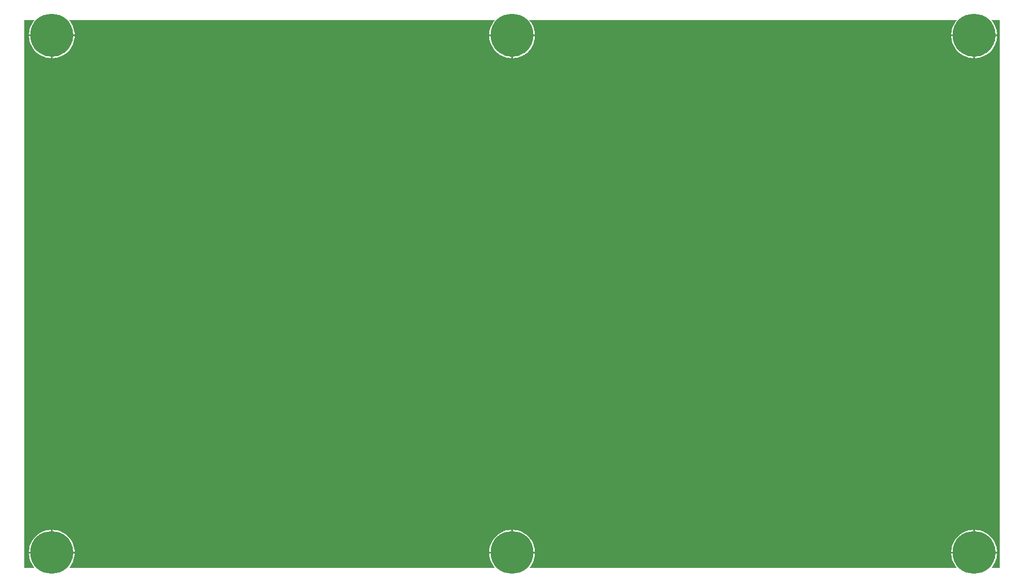
<source format=gbl>
G04 start of page 3 for group 1 idx 1 *
G04 Title: 01.004.00.01.01.pcb, bottom *
G04 Creator: pcb 4.2.0 *
G04 CreationDate: Sat Aug 10 16:27:17 2019 UTC *
G04 For: bert *
G04 Format: Gerber/RS-274X *
G04 PCB-Dimensions (mil): 6692.91 3937.01 *
G04 PCB-Coordinate-Origin: lower left *
%MOIN*%
%FSLAX25Y25*%
%LNGBL*%
%ADD16C,0.1460*%
%ADD15C,0.2760*%
%ADD14C,0.0001*%
G54D14*G36*
X640696Y374016D02*X642737D01*
X642829Y373931D01*
X643661Y373021D01*
X644409Y372040D01*
X645067Y370995D01*
X645628Y369897D01*
X646089Y368752D01*
X646446Y367571D01*
X646696Y366363D01*
X646837Y365137D01*
X646847Y365060D01*
X646871Y364984D01*
X646906Y364914D01*
X646952Y364850D01*
X647007Y364794D01*
X647070Y364747D01*
X647140Y364711D01*
X647215Y364686D01*
X647292Y364673D01*
X647371Y364672D01*
X647449Y364684D01*
X647524Y364707D01*
X647594Y364743D01*
X647658Y364788D01*
X647714Y364843D01*
X647761Y364907D01*
X647798Y364977D01*
X647823Y365051D01*
X647836Y365129D01*
X647835Y365207D01*
X647698Y366524D01*
X647430Y367821D01*
X647046Y369089D01*
X646551Y370318D01*
X645949Y371497D01*
X645243Y372618D01*
X644440Y373671D01*
X644125Y374016D01*
X649606D01*
Y19685D01*
X644125D01*
X644440Y20029D01*
X645243Y21083D01*
X645949Y22204D01*
X646551Y23383D01*
X647046Y24612D01*
X647430Y25880D01*
X647698Y27177D01*
X647849Y28492D01*
X647849Y28573D01*
X647836Y28653D01*
X647810Y28730D01*
X647773Y28801D01*
X647725Y28866D01*
X647667Y28923D01*
X647601Y28970D01*
X647529Y29006D01*
X647452Y29031D01*
X647372Y29042D01*
X647291Y29042D01*
X647211Y29028D01*
X647135Y29003D01*
X647063Y28965D01*
X646998Y28917D01*
X646941Y28860D01*
X646894Y28794D01*
X646858Y28721D01*
X646834Y28644D01*
X646823Y28564D01*
X646696Y27338D01*
X646446Y26129D01*
X646089Y24948D01*
X645628Y23804D01*
X645067Y22705D01*
X644409Y21661D01*
X643661Y20680D01*
X642829Y19769D01*
X642737Y19685D01*
X640696D01*
Y41018D01*
X640937Y40866D01*
X641918Y40118D01*
X642829Y39286D01*
X643661Y38375D01*
X644409Y37394D01*
X645067Y36350D01*
X645628Y35251D01*
X646089Y34107D01*
X646446Y32926D01*
X646696Y31717D01*
X646837Y30492D01*
X646847Y30414D01*
X646871Y30339D01*
X646906Y30268D01*
X646952Y30204D01*
X647007Y30148D01*
X647070Y30101D01*
X647140Y30065D01*
X647215Y30040D01*
X647292Y30027D01*
X647371Y30026D01*
X647449Y30038D01*
X647524Y30062D01*
X647594Y30097D01*
X647658Y30143D01*
X647714Y30198D01*
X647761Y30261D01*
X647798Y30331D01*
X647823Y30405D01*
X647836Y30483D01*
X647835Y30562D01*
X647698Y31879D01*
X647430Y33176D01*
X647046Y34443D01*
X646551Y35672D01*
X645949Y36851D01*
X645243Y37972D01*
X644440Y39026D01*
X643547Y40003D01*
X642569Y40897D01*
X641516Y41700D01*
X640696Y42216D01*
Y351485D01*
X641516Y352001D01*
X642569Y352804D01*
X643547Y353698D01*
X644440Y354675D01*
X645243Y355728D01*
X645949Y356849D01*
X646551Y358029D01*
X647046Y359257D01*
X647430Y360525D01*
X647698Y361822D01*
X647849Y363138D01*
X647849Y363219D01*
X647836Y363299D01*
X647810Y363375D01*
X647773Y363447D01*
X647725Y363512D01*
X647667Y363569D01*
X647601Y363616D01*
X647529Y363652D01*
X647452Y363676D01*
X647372Y363688D01*
X647291Y363687D01*
X647211Y363674D01*
X647135Y363648D01*
X647063Y363611D01*
X646998Y363563D01*
X646941Y363505D01*
X646894Y363440D01*
X646858Y363367D01*
X646834Y363290D01*
X646823Y363210D01*
X646696Y361983D01*
X646446Y360775D01*
X646089Y359594D01*
X645628Y358450D01*
X645067Y357351D01*
X644409Y356307D01*
X643661Y355326D01*
X642829Y354415D01*
X641918Y353583D01*
X640937Y352835D01*
X640696Y352683D01*
Y374016D01*
G37*
G36*
X625432D02*X640696D01*
Y352683D01*
X639893Y352177D01*
X638794Y351616D01*
X637650Y351155D01*
X636469Y350798D01*
X635261Y350548D01*
X634035Y350407D01*
X633957Y350397D01*
X633882Y350373D01*
X633812Y350338D01*
X633748Y350292D01*
X633692Y350237D01*
X633645Y350174D01*
X633608Y350104D01*
X633583Y350029D01*
X633570Y349952D01*
X633570Y349873D01*
X633581Y349795D01*
X633605Y349720D01*
X633640Y349650D01*
X633686Y349586D01*
X633741Y349530D01*
X633804Y349483D01*
X633874Y349446D01*
X633949Y349422D01*
X634026Y349409D01*
X634105Y349409D01*
X635422Y349546D01*
X636719Y349815D01*
X637987Y350198D01*
X639215Y350693D01*
X640395Y351295D01*
X640696Y351485D01*
Y42216D01*
X640395Y42405D01*
X639215Y43008D01*
X637987Y43503D01*
X636719Y43886D01*
X635422Y44155D01*
X634106Y44306D01*
X634025Y44306D01*
X633945Y44293D01*
X633869Y44267D01*
X633797Y44230D01*
X633732Y44182D01*
X633675Y44124D01*
X633628Y44058D01*
X633592Y43986D01*
X633568Y43909D01*
X633556Y43829D01*
X633557Y43748D01*
X633570Y43668D01*
X633596Y43591D01*
X633633Y43520D01*
X633681Y43455D01*
X633739Y43398D01*
X633805Y43351D01*
X633877Y43315D01*
X633954Y43290D01*
X634034Y43280D01*
X635261Y43153D01*
X636469Y42903D01*
X637650Y42546D01*
X638794Y42085D01*
X639893Y41523D01*
X640696Y41018D01*
Y19685D01*
X625432D01*
Y41009D01*
X626249Y41523D01*
X627347Y42085D01*
X628492Y42546D01*
X629673Y42903D01*
X630881Y43153D01*
X632107Y43294D01*
X632185Y43304D01*
X632260Y43328D01*
X632330Y43363D01*
X632394Y43408D01*
X632450Y43464D01*
X632497Y43527D01*
X632533Y43597D01*
X632558Y43671D01*
X632571Y43749D01*
X632572Y43828D01*
X632560Y43905D01*
X632537Y43981D01*
X632502Y44051D01*
X632456Y44115D01*
X632401Y44171D01*
X632337Y44218D01*
X632268Y44254D01*
X632193Y44279D01*
X632115Y44292D01*
X632037Y44291D01*
X630720Y44155D01*
X629423Y43886D01*
X628155Y43503D01*
X626926Y43008D01*
X625747Y42405D01*
X625432Y42207D01*
Y351494D01*
X625747Y351295D01*
X626926Y350693D01*
X628155Y350198D01*
X629423Y349815D01*
X630720Y349546D01*
X632036Y349395D01*
X632117Y349395D01*
X632196Y349408D01*
X632273Y349434D01*
X632345Y349471D01*
X632410Y349519D01*
X632466Y349577D01*
X632513Y349643D01*
X632550Y349715D01*
X632574Y349792D01*
X632586Y349872D01*
X632585Y349953D01*
X632572Y350033D01*
X632546Y350110D01*
X632509Y350181D01*
X632461Y350246D01*
X632403Y350303D01*
X632337Y350350D01*
X632265Y350386D01*
X632188Y350410D01*
X632108Y350421D01*
X630881Y350548D01*
X629673Y350798D01*
X628492Y351155D01*
X627347Y351616D01*
X626249Y352177D01*
X625432Y352691D01*
Y374016D01*
G37*
G36*
X342271D02*X344311D01*
X344404Y373931D01*
X345236Y373021D01*
X345984Y372040D01*
X346641Y370995D01*
X347203Y369897D01*
X347664Y368752D01*
X348021Y367571D01*
X348271Y366363D01*
X348412Y365137D01*
X348422Y365060D01*
X348446Y364984D01*
X348481Y364914D01*
X348527Y364850D01*
X348582Y364794D01*
X348645Y364747D01*
X348715Y364711D01*
X348789Y364686D01*
X348867Y364673D01*
X348946Y364672D01*
X349024Y364684D01*
X349099Y364707D01*
X349169Y364743D01*
X349233Y364788D01*
X349289Y364843D01*
X349336Y364907D01*
X349372Y364977D01*
X349397Y365051D01*
X349410Y365129D01*
X349409Y365207D01*
X349273Y366524D01*
X349004Y367821D01*
X348621Y369089D01*
X348126Y370318D01*
X347524Y371497D01*
X346818Y372618D01*
X346015Y373671D01*
X345700Y374016D01*
X622016D01*
X621701Y373671D01*
X620899Y372618D01*
X620193Y371497D01*
X619590Y370318D01*
X619095Y369089D01*
X618712Y367821D01*
X618444Y366524D01*
X618292Y365208D01*
X618292Y365128D01*
X618306Y365048D01*
X618331Y364971D01*
X618369Y364899D01*
X618417Y364834D01*
X618474Y364778D01*
X618540Y364731D01*
X618613Y364695D01*
X618690Y364670D01*
X618770Y364658D01*
X618851Y364659D01*
X618930Y364672D01*
X619007Y364698D01*
X619079Y364735D01*
X619144Y364783D01*
X619201Y364841D01*
X619248Y364907D01*
X619284Y364979D01*
X619308Y365056D01*
X619318Y365137D01*
X619446Y366363D01*
X619696Y367571D01*
X620053Y368752D01*
X620514Y369897D01*
X621075Y370995D01*
X621732Y372040D01*
X622480Y373021D01*
X623313Y373931D01*
X623405Y374016D01*
X625432D01*
Y352691D01*
X625205Y352835D01*
X624223Y353583D01*
X623313Y354415D01*
X622480Y355326D01*
X621732Y356307D01*
X621075Y357351D01*
X620514Y358450D01*
X620053Y359594D01*
X619696Y360775D01*
X619446Y361983D01*
X619305Y363209D01*
X619294Y363287D01*
X619271Y363362D01*
X619236Y363432D01*
X619190Y363496D01*
X619135Y363553D01*
X619072Y363599D01*
X619002Y363636D01*
X618927Y363661D01*
X618849Y363674D01*
X618771Y363674D01*
X618693Y363663D01*
X618618Y363639D01*
X618547Y363604D01*
X618483Y363558D01*
X618427Y363503D01*
X618380Y363440D01*
X618344Y363370D01*
X618319Y363295D01*
X618306Y363218D01*
X618307Y363139D01*
X618444Y361822D01*
X618712Y360525D01*
X619095Y359257D01*
X619590Y358029D01*
X620193Y356849D01*
X620899Y355728D01*
X621701Y354675D01*
X622595Y353698D01*
X623573Y352804D01*
X624626Y352001D01*
X625432Y351494D01*
Y42207D01*
X624626Y41700D01*
X623573Y40897D01*
X622595Y40003D01*
X621701Y39026D01*
X620899Y37972D01*
X620193Y36851D01*
X619590Y35672D01*
X619095Y34443D01*
X618712Y33176D01*
X618444Y31879D01*
X618292Y30563D01*
X618292Y30482D01*
X618306Y30402D01*
X618331Y30325D01*
X618369Y30254D01*
X618417Y30189D01*
X618474Y30132D01*
X618540Y30085D01*
X618613Y30049D01*
X618690Y30025D01*
X618770Y30013D01*
X618851Y30013D01*
X618930Y30027D01*
X619007Y30052D01*
X619079Y30090D01*
X619144Y30138D01*
X619201Y30195D01*
X619248Y30261D01*
X619284Y30334D01*
X619308Y30411D01*
X619318Y30491D01*
X619446Y31717D01*
X619696Y32926D01*
X620053Y34107D01*
X620514Y35251D01*
X621075Y36350D01*
X621732Y37394D01*
X622480Y38375D01*
X623313Y39286D01*
X624223Y40118D01*
X625205Y40866D01*
X625432Y41009D01*
Y19685D01*
X623405D01*
X623313Y19769D01*
X622480Y20680D01*
X621732Y21661D01*
X621075Y22705D01*
X620514Y23804D01*
X620053Y24948D01*
X619696Y26129D01*
X619446Y27338D01*
X619305Y28563D01*
X619294Y28641D01*
X619271Y28716D01*
X619236Y28787D01*
X619190Y28851D01*
X619135Y28907D01*
X619072Y28954D01*
X619002Y28990D01*
X618927Y29015D01*
X618849Y29028D01*
X618771Y29029D01*
X618693Y29017D01*
X618618Y28993D01*
X618547Y28958D01*
X618483Y28913D01*
X618427Y28857D01*
X618380Y28794D01*
X618344Y28724D01*
X618319Y28650D01*
X618306Y28572D01*
X618307Y28493D01*
X618444Y27177D01*
X618712Y25880D01*
X619095Y24612D01*
X619590Y23383D01*
X620193Y22204D01*
X620899Y21083D01*
X621701Y20029D01*
X622016Y19685D01*
X345700D01*
X346015Y20029D01*
X346818Y21083D01*
X347524Y22204D01*
X348126Y23383D01*
X348621Y24612D01*
X349004Y25880D01*
X349273Y27177D01*
X349424Y28492D01*
X349424Y28573D01*
X349411Y28653D01*
X349385Y28730D01*
X349348Y28801D01*
X349300Y28866D01*
X349242Y28923D01*
X349176Y28970D01*
X349104Y29006D01*
X349027Y29031D01*
X348947Y29042D01*
X348866Y29042D01*
X348786Y29028D01*
X348709Y29003D01*
X348638Y28965D01*
X348573Y28917D01*
X348516Y28860D01*
X348469Y28794D01*
X348433Y28721D01*
X348409Y28644D01*
X348398Y28564D01*
X348271Y27338D01*
X348021Y26129D01*
X347664Y24948D01*
X347203Y23804D01*
X346641Y22705D01*
X345984Y21661D01*
X345236Y20680D01*
X344404Y19769D01*
X344311Y19685D01*
X342271D01*
Y41018D01*
X342512Y40866D01*
X343493Y40118D01*
X344404Y39286D01*
X345236Y38375D01*
X345984Y37394D01*
X346641Y36350D01*
X347203Y35251D01*
X347664Y34107D01*
X348021Y32926D01*
X348271Y31717D01*
X348412Y30492D01*
X348422Y30414D01*
X348446Y30339D01*
X348481Y30268D01*
X348527Y30204D01*
X348582Y30148D01*
X348645Y30101D01*
X348715Y30065D01*
X348789Y30040D01*
X348867Y30027D01*
X348946Y30026D01*
X349024Y30038D01*
X349099Y30062D01*
X349169Y30097D01*
X349233Y30143D01*
X349289Y30198D01*
X349336Y30261D01*
X349372Y30331D01*
X349397Y30405D01*
X349410Y30483D01*
X349409Y30562D01*
X349273Y31879D01*
X349004Y33176D01*
X348621Y34443D01*
X348126Y35672D01*
X347524Y36851D01*
X346818Y37972D01*
X346015Y39026D01*
X345121Y40003D01*
X344144Y40897D01*
X343090Y41700D01*
X342271Y42216D01*
Y351485D01*
X343090Y352001D01*
X344144Y352804D01*
X345121Y353698D01*
X346015Y354675D01*
X346818Y355728D01*
X347524Y356849D01*
X348126Y358029D01*
X348621Y359257D01*
X349004Y360525D01*
X349273Y361822D01*
X349424Y363138D01*
X349424Y363219D01*
X349411Y363299D01*
X349385Y363375D01*
X349348Y363447D01*
X349300Y363512D01*
X349242Y363569D01*
X349176Y363616D01*
X349104Y363652D01*
X349027Y363676D01*
X348947Y363688D01*
X348866Y363687D01*
X348786Y363674D01*
X348709Y363648D01*
X348638Y363611D01*
X348573Y363563D01*
X348516Y363505D01*
X348469Y363440D01*
X348433Y363367D01*
X348409Y363290D01*
X348398Y363210D01*
X348271Y361983D01*
X348021Y360775D01*
X347664Y359594D01*
X347203Y358450D01*
X346641Y357351D01*
X345984Y356307D01*
X345236Y355326D01*
X344404Y354415D01*
X343493Y353583D01*
X342512Y352835D01*
X342271Y352683D01*
Y374016D01*
G37*
G36*
X327007D02*X342271D01*
Y352683D01*
X341468Y352177D01*
X340369Y351616D01*
X339225Y351155D01*
X338044Y350798D01*
X336836Y350548D01*
X335610Y350407D01*
X335532Y350397D01*
X335457Y350373D01*
X335386Y350338D01*
X335322Y350292D01*
X335266Y350237D01*
X335220Y350174D01*
X335183Y350104D01*
X335158Y350029D01*
X335145Y349952D01*
X335145Y349873D01*
X335156Y349795D01*
X335180Y349720D01*
X335215Y349650D01*
X335261Y349586D01*
X335316Y349530D01*
X335379Y349483D01*
X335449Y349446D01*
X335524Y349422D01*
X335601Y349409D01*
X335680Y349409D01*
X336997Y349546D01*
X338294Y349815D01*
X339561Y350198D01*
X340790Y350693D01*
X341970Y351295D01*
X342271Y351485D01*
Y42216D01*
X341970Y42405D01*
X340790Y43008D01*
X339561Y43503D01*
X338294Y43886D01*
X336997Y44155D01*
X335681Y44306D01*
X335600Y44306D01*
X335520Y44293D01*
X335444Y44267D01*
X335372Y44230D01*
X335307Y44182D01*
X335250Y44124D01*
X335203Y44058D01*
X335167Y43986D01*
X335143Y43909D01*
X335131Y43829D01*
X335131Y43748D01*
X335145Y43668D01*
X335170Y43591D01*
X335208Y43520D01*
X335256Y43455D01*
X335314Y43398D01*
X335379Y43351D01*
X335452Y43315D01*
X335529Y43290D01*
X335609Y43280D01*
X336836Y43153D01*
X338044Y42903D01*
X339225Y42546D01*
X340369Y42085D01*
X341468Y41523D01*
X342271Y41018D01*
Y19685D01*
X327007D01*
Y41009D01*
X327824Y41523D01*
X328922Y42085D01*
X330067Y42546D01*
X331248Y42903D01*
X332456Y43153D01*
X333681Y43294D01*
X333759Y43304D01*
X333834Y43328D01*
X333905Y43363D01*
X333969Y43408D01*
X334025Y43464D01*
X334072Y43527D01*
X334108Y43597D01*
X334133Y43671D01*
X334146Y43749D01*
X334147Y43828D01*
X334135Y43905D01*
X334111Y43981D01*
X334076Y44051D01*
X334031Y44115D01*
X333975Y44171D01*
X333912Y44218D01*
X333842Y44254D01*
X333768Y44279D01*
X333690Y44292D01*
X333612Y44291D01*
X332295Y44155D01*
X330998Y43886D01*
X329730Y43503D01*
X328501Y43008D01*
X327322Y42405D01*
X327007Y42207D01*
Y351494D01*
X327322Y351295D01*
X328501Y350693D01*
X329730Y350198D01*
X330998Y349815D01*
X332295Y349546D01*
X333611Y349395D01*
X333691Y349395D01*
X333771Y349408D01*
X333848Y349434D01*
X333920Y349471D01*
X333985Y349519D01*
X334041Y349577D01*
X334088Y349643D01*
X334124Y349715D01*
X334149Y349792D01*
X334161Y349872D01*
X334160Y349953D01*
X334147Y350033D01*
X334121Y350110D01*
X334084Y350181D01*
X334035Y350246D01*
X333978Y350303D01*
X333912Y350350D01*
X333840Y350386D01*
X333762Y350410D01*
X333682Y350421D01*
X332456Y350548D01*
X331248Y350798D01*
X330067Y351155D01*
X328922Y351616D01*
X327824Y352177D01*
X327007Y352691D01*
Y374016D01*
G37*
G36*
X45026D02*X47067D01*
X47160Y373931D01*
X47992Y373021D01*
X48740Y372040D01*
X49397Y370995D01*
X49959Y369897D01*
X50420Y368752D01*
X50777Y367571D01*
X51027Y366363D01*
X51168Y365137D01*
X51178Y365060D01*
X51202Y364984D01*
X51237Y364914D01*
X51282Y364850D01*
X51338Y364794D01*
X51401Y364747D01*
X51471Y364711D01*
X51545Y364686D01*
X51623Y364673D01*
X51702Y364672D01*
X51779Y364684D01*
X51855Y364707D01*
X51925Y364743D01*
X51989Y364788D01*
X52045Y364843D01*
X52092Y364907D01*
X52128Y364977D01*
X52153Y365051D01*
X52166Y365129D01*
X52165Y365207D01*
X52029Y366524D01*
X51760Y367821D01*
X51377Y369089D01*
X50882Y370318D01*
X50279Y371497D01*
X49574Y372618D01*
X48771Y373671D01*
X48456Y374016D01*
X323591D01*
X323276Y373671D01*
X322473Y372618D01*
X321768Y371497D01*
X321165Y370318D01*
X320670Y369089D01*
X320287Y367821D01*
X320019Y366524D01*
X319867Y365208D01*
X319867Y365128D01*
X319881Y365048D01*
X319906Y364971D01*
X319944Y364899D01*
X319992Y364834D01*
X320049Y364778D01*
X320115Y364731D01*
X320187Y364695D01*
X320265Y364670D01*
X320345Y364658D01*
X320425Y364659D01*
X320505Y364672D01*
X320582Y364698D01*
X320654Y364735D01*
X320719Y364783D01*
X320775Y364841D01*
X320822Y364907D01*
X320858Y364979D01*
X320883Y365056D01*
X320893Y365137D01*
X321021Y366363D01*
X321271Y367571D01*
X321628Y368752D01*
X322089Y369897D01*
X322650Y370995D01*
X323307Y372040D01*
X324055Y373021D01*
X324888Y373931D01*
X324980Y374016D01*
X327007D01*
Y352691D01*
X326779Y352835D01*
X325798Y353583D01*
X324888Y354415D01*
X324055Y355326D01*
X323307Y356307D01*
X322650Y357351D01*
X322089Y358450D01*
X321628Y359594D01*
X321271Y360775D01*
X321021Y361983D01*
X320879Y363209D01*
X320869Y363287D01*
X320846Y363362D01*
X320810Y363432D01*
X320765Y363496D01*
X320710Y363553D01*
X320646Y363599D01*
X320577Y363636D01*
X320502Y363661D01*
X320424Y363674D01*
X320346Y363674D01*
X320268Y363663D01*
X320193Y363639D01*
X320122Y363604D01*
X320058Y363558D01*
X320002Y363503D01*
X319955Y363440D01*
X319919Y363370D01*
X319894Y363295D01*
X319881Y363218D01*
X319882Y363139D01*
X320019Y361822D01*
X320287Y360525D01*
X320670Y359257D01*
X321165Y358029D01*
X321768Y356849D01*
X322473Y355728D01*
X323276Y354675D01*
X324170Y353698D01*
X325148Y352804D01*
X326201Y352001D01*
X327007Y351494D01*
Y42207D01*
X326201Y41700D01*
X325148Y40897D01*
X324170Y40003D01*
X323276Y39026D01*
X322473Y37972D01*
X321768Y36851D01*
X321165Y35672D01*
X320670Y34443D01*
X320287Y33176D01*
X320019Y31879D01*
X319867Y30563D01*
X319867Y30482D01*
X319881Y30402D01*
X319906Y30325D01*
X319944Y30254D01*
X319992Y30189D01*
X320049Y30132D01*
X320115Y30085D01*
X320187Y30049D01*
X320265Y30025D01*
X320345Y30013D01*
X320425Y30013D01*
X320505Y30027D01*
X320582Y30052D01*
X320654Y30090D01*
X320719Y30138D01*
X320775Y30195D01*
X320822Y30261D01*
X320858Y30334D01*
X320883Y30411D01*
X320893Y30491D01*
X321021Y31717D01*
X321271Y32926D01*
X321628Y34107D01*
X322089Y35251D01*
X322650Y36350D01*
X323307Y37394D01*
X324055Y38375D01*
X324888Y39286D01*
X325798Y40118D01*
X326779Y40866D01*
X327007Y41009D01*
Y19685D01*
X324980D01*
X324888Y19769D01*
X324055Y20680D01*
X323307Y21661D01*
X322650Y22705D01*
X322089Y23804D01*
X321628Y24948D01*
X321271Y26129D01*
X321021Y27338D01*
X320879Y28563D01*
X320869Y28641D01*
X320846Y28716D01*
X320810Y28787D01*
X320765Y28851D01*
X320710Y28907D01*
X320646Y28954D01*
X320577Y28990D01*
X320502Y29015D01*
X320424Y29028D01*
X320346Y29029D01*
X320268Y29017D01*
X320193Y28993D01*
X320122Y28958D01*
X320058Y28913D01*
X320002Y28857D01*
X319955Y28794D01*
X319919Y28724D01*
X319894Y28650D01*
X319881Y28572D01*
X319882Y28493D01*
X320019Y27177D01*
X320287Y25880D01*
X320670Y24612D01*
X321165Y23383D01*
X321768Y22204D01*
X322473Y21083D01*
X323276Y20029D01*
X323591Y19685D01*
X48456D01*
X48771Y20029D01*
X49574Y21083D01*
X50279Y22204D01*
X50882Y23383D01*
X51377Y24612D01*
X51760Y25880D01*
X52029Y27177D01*
X52180Y28492D01*
X52180Y28573D01*
X52167Y28653D01*
X52141Y28730D01*
X52104Y28801D01*
X52056Y28866D01*
X51998Y28923D01*
X51932Y28970D01*
X51860Y29006D01*
X51783Y29031D01*
X51703Y29042D01*
X51622Y29042D01*
X51542Y29028D01*
X51465Y29003D01*
X51394Y28965D01*
X51329Y28917D01*
X51272Y28860D01*
X51225Y28794D01*
X51189Y28721D01*
X51164Y28644D01*
X51154Y28564D01*
X51027Y27338D01*
X50777Y26129D01*
X50420Y24948D01*
X49959Y23804D01*
X49397Y22705D01*
X48740Y21661D01*
X47992Y20680D01*
X47160Y19769D01*
X47067Y19685D01*
X45026D01*
Y41018D01*
X45268Y40866D01*
X46249Y40118D01*
X47160Y39286D01*
X47992Y38375D01*
X48740Y37394D01*
X49397Y36350D01*
X49959Y35251D01*
X50420Y34107D01*
X50777Y32926D01*
X51027Y31717D01*
X51168Y30492D01*
X51178Y30414D01*
X51202Y30339D01*
X51237Y30268D01*
X51282Y30204D01*
X51338Y30148D01*
X51401Y30101D01*
X51471Y30065D01*
X51545Y30040D01*
X51623Y30027D01*
X51702Y30026D01*
X51779Y30038D01*
X51855Y30062D01*
X51925Y30097D01*
X51989Y30143D01*
X52045Y30198D01*
X52092Y30261D01*
X52128Y30331D01*
X52153Y30405D01*
X52166Y30483D01*
X52165Y30562D01*
X52029Y31879D01*
X51760Y33176D01*
X51377Y34443D01*
X50882Y35672D01*
X50279Y36851D01*
X49574Y37972D01*
X48771Y39026D01*
X47877Y40003D01*
X46900Y40897D01*
X45846Y41700D01*
X45026Y42216D01*
Y351485D01*
X45846Y352001D01*
X46900Y352804D01*
X47877Y353698D01*
X48771Y354675D01*
X49574Y355728D01*
X50279Y356849D01*
X50882Y358029D01*
X51377Y359257D01*
X51760Y360525D01*
X52029Y361822D01*
X52180Y363138D01*
X52180Y363219D01*
X52167Y363299D01*
X52141Y363375D01*
X52104Y363447D01*
X52056Y363512D01*
X51998Y363569D01*
X51932Y363616D01*
X51860Y363652D01*
X51783Y363676D01*
X51703Y363688D01*
X51622Y363687D01*
X51542Y363674D01*
X51465Y363648D01*
X51394Y363611D01*
X51329Y363563D01*
X51272Y363505D01*
X51225Y363440D01*
X51189Y363367D01*
X51164Y363290D01*
X51154Y363210D01*
X51027Y361983D01*
X50777Y360775D01*
X50420Y359594D01*
X49959Y358450D01*
X49397Y357351D01*
X48740Y356307D01*
X47992Y355326D01*
X47160Y354415D01*
X46249Y353583D01*
X45268Y352835D01*
X45026Y352683D01*
Y374016D01*
G37*
G36*
X29763D02*X45026D01*
Y352683D01*
X44224Y352177D01*
X43125Y351616D01*
X41981Y351155D01*
X40800Y350798D01*
X39591Y350548D01*
X38366Y350407D01*
X38288Y350397D01*
X38213Y350373D01*
X38142Y350338D01*
X38078Y350292D01*
X38022Y350237D01*
X37975Y350174D01*
X37939Y350104D01*
X37914Y350029D01*
X37901Y349952D01*
X37900Y349873D01*
X37912Y349795D01*
X37936Y349720D01*
X37971Y349650D01*
X38017Y349586D01*
X38072Y349530D01*
X38135Y349483D01*
X38205Y349446D01*
X38279Y349422D01*
X38357Y349409D01*
X38436Y349409D01*
X39753Y349546D01*
X41050Y349815D01*
X42317Y350198D01*
X43546Y350693D01*
X44725Y351295D01*
X45026Y351485D01*
Y42216D01*
X44725Y42405D01*
X43546Y43008D01*
X42317Y43503D01*
X41050Y43886D01*
X39753Y44155D01*
X38437Y44306D01*
X38356Y44306D01*
X38276Y44293D01*
X38199Y44267D01*
X38128Y44230D01*
X38063Y44182D01*
X38006Y44124D01*
X37959Y44058D01*
X37923Y43986D01*
X37899Y43909D01*
X37887Y43829D01*
X37887Y43748D01*
X37901Y43668D01*
X37926Y43591D01*
X37964Y43520D01*
X38012Y43455D01*
X38069Y43398D01*
X38135Y43351D01*
X38208Y43315D01*
X38285Y43290D01*
X38365Y43280D01*
X39591Y43153D01*
X40800Y42903D01*
X41981Y42546D01*
X43125Y42085D01*
X44224Y41523D01*
X45026Y41018D01*
Y19685D01*
X29763D01*
Y41009D01*
X30579Y41523D01*
X31678Y42085D01*
X32822Y42546D01*
X34003Y42903D01*
X35212Y43153D01*
X36437Y43294D01*
X36515Y43304D01*
X36590Y43328D01*
X36661Y43363D01*
X36725Y43408D01*
X36781Y43464D01*
X36828Y43527D01*
X36864Y43597D01*
X36889Y43671D01*
X36902Y43749D01*
X36903Y43828D01*
X36891Y43905D01*
X36867Y43981D01*
X36832Y44051D01*
X36787Y44115D01*
X36731Y44171D01*
X36668Y44218D01*
X36598Y44254D01*
X36524Y44279D01*
X36446Y44292D01*
X36367Y44291D01*
X35051Y44155D01*
X33754Y43886D01*
X32486Y43503D01*
X31257Y43008D01*
X30078Y42405D01*
X29763Y42207D01*
Y351494D01*
X30078Y351295D01*
X31257Y350693D01*
X32486Y350198D01*
X33754Y349815D01*
X35051Y349546D01*
X36366Y349395D01*
X36447Y349395D01*
X36527Y349408D01*
X36604Y349434D01*
X36675Y349471D01*
X36740Y349519D01*
X36797Y349577D01*
X36844Y349643D01*
X36880Y349715D01*
X36905Y349792D01*
X36917Y349872D01*
X36916Y349953D01*
X36902Y350033D01*
X36877Y350110D01*
X36839Y350181D01*
X36791Y350246D01*
X36734Y350303D01*
X36668Y350350D01*
X36596Y350386D01*
X36518Y350410D01*
X36438Y350421D01*
X35212Y350548D01*
X34003Y350798D01*
X32822Y351155D01*
X31678Y351616D01*
X30579Y352177D01*
X29763Y352691D01*
Y374016D01*
G37*
G36*
X19685D02*X26347D01*
X26032Y373671D01*
X25229Y372618D01*
X24524Y371497D01*
X23921Y370318D01*
X23426Y369089D01*
X23043Y367821D01*
X22774Y366524D01*
X22623Y365208D01*
X22623Y365128D01*
X22636Y365048D01*
X22662Y364971D01*
X22699Y364899D01*
X22748Y364834D01*
X22805Y364778D01*
X22871Y364731D01*
X22943Y364695D01*
X23021Y364670D01*
X23101Y364658D01*
X23181Y364659D01*
X23261Y364672D01*
X23338Y364698D01*
X23410Y364735D01*
X23475Y364783D01*
X23531Y364841D01*
X23578Y364907D01*
X23614Y364979D01*
X23639Y365056D01*
X23649Y365137D01*
X23776Y366363D01*
X24026Y367571D01*
X24383Y368752D01*
X24844Y369897D01*
X25406Y370995D01*
X26063Y372040D01*
X26811Y373021D01*
X27644Y373931D01*
X27736Y374016D01*
X29763D01*
Y352691D01*
X29535Y352835D01*
X28554Y353583D01*
X27644Y354415D01*
X26811Y355326D01*
X26063Y356307D01*
X25406Y357351D01*
X24844Y358450D01*
X24383Y359594D01*
X24026Y360775D01*
X23776Y361983D01*
X23635Y363209D01*
X23625Y363287D01*
X23602Y363362D01*
X23566Y363432D01*
X23521Y363496D01*
X23466Y363553D01*
X23402Y363599D01*
X23332Y363636D01*
X23258Y363661D01*
X23180Y363674D01*
X23101Y363674D01*
X23024Y363663D01*
X22949Y363639D01*
X22878Y363604D01*
X22814Y363558D01*
X22758Y363503D01*
X22711Y363440D01*
X22675Y363370D01*
X22650Y363295D01*
X22637Y363218D01*
X22638Y363139D01*
X22774Y361822D01*
X23043Y360525D01*
X23426Y359257D01*
X23921Y358029D01*
X24524Y356849D01*
X25229Y355728D01*
X26032Y354675D01*
X26926Y353698D01*
X27903Y352804D01*
X28957Y352001D01*
X29763Y351494D01*
Y42207D01*
X28957Y41700D01*
X27903Y40897D01*
X26926Y40003D01*
X26032Y39026D01*
X25229Y37972D01*
X24524Y36851D01*
X23921Y35672D01*
X23426Y34443D01*
X23043Y33176D01*
X22774Y31879D01*
X22623Y30563D01*
X22623Y30482D01*
X22636Y30402D01*
X22662Y30325D01*
X22699Y30254D01*
X22748Y30189D01*
X22805Y30132D01*
X22871Y30085D01*
X22943Y30049D01*
X23021Y30025D01*
X23101Y30013D01*
X23181Y30013D01*
X23261Y30027D01*
X23338Y30052D01*
X23410Y30090D01*
X23475Y30138D01*
X23531Y30195D01*
X23578Y30261D01*
X23614Y30334D01*
X23639Y30411D01*
X23649Y30491D01*
X23776Y31717D01*
X24026Y32926D01*
X24383Y34107D01*
X24844Y35251D01*
X25406Y36350D01*
X26063Y37394D01*
X26811Y38375D01*
X27644Y39286D01*
X28554Y40118D01*
X29535Y40866D01*
X29763Y41009D01*
Y19685D01*
X27736D01*
X27644Y19769D01*
X26811Y20680D01*
X26063Y21661D01*
X25406Y22705D01*
X24844Y23804D01*
X24383Y24948D01*
X24026Y26129D01*
X23776Y27338D01*
X23635Y28563D01*
X23625Y28641D01*
X23602Y28716D01*
X23566Y28787D01*
X23521Y28851D01*
X23466Y28907D01*
X23402Y28954D01*
X23332Y28990D01*
X23258Y29015D01*
X23180Y29028D01*
X23101Y29029D01*
X23024Y29017D01*
X22949Y28993D01*
X22878Y28958D01*
X22814Y28913D01*
X22758Y28857D01*
X22711Y28794D01*
X22675Y28724D01*
X22650Y28650D01*
X22637Y28572D01*
X22638Y28493D01*
X22774Y27177D01*
X23043Y25880D01*
X23426Y24612D01*
X23921Y23383D01*
X24524Y22204D01*
X25229Y21083D01*
X26032Y20029D01*
X26347Y19685D01*
X19685D01*
Y374016D01*
G37*
G54D15*X334646Y29528D03*
Y364173D03*
X633071Y29528D03*
Y364173D03*
X37402Y29528D03*
Y364173D03*
G54D16*M02*

</source>
